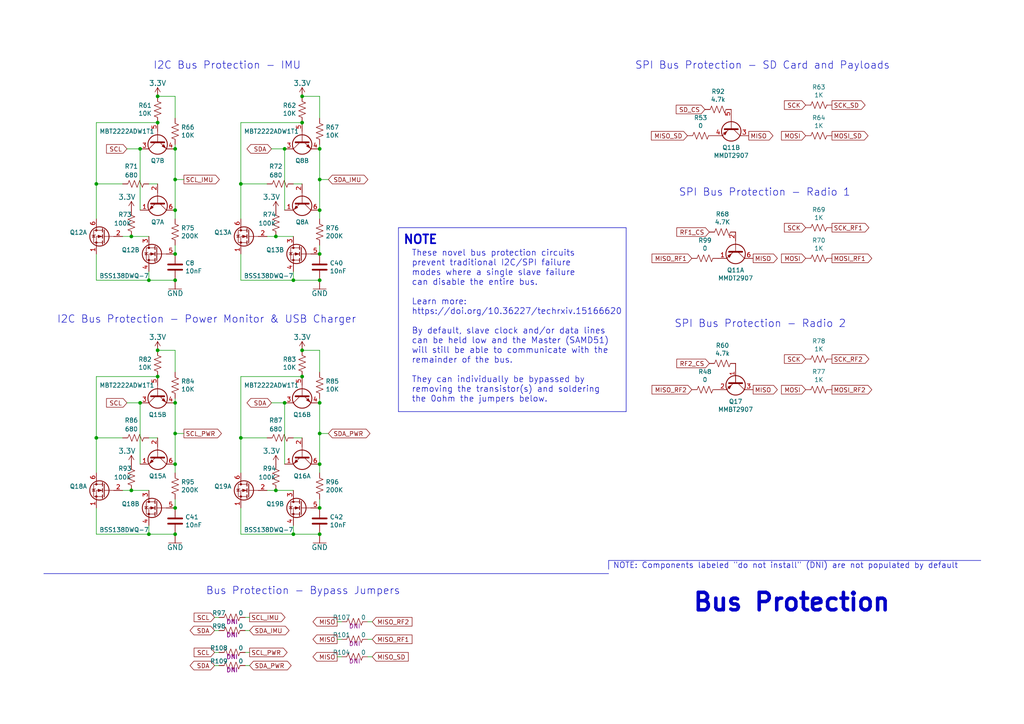
<source format=kicad_sch>
(kicad_sch (version 20230121) (generator eeschema)
  (paper "A4")
  (title_block (title "PyCubed Mainboard") (date "2021-06-09") (rev "v05c") (company "Max Holliday"))
  (lib_symbols
    (symbol "Device:C" (pin_numbers hide) (pin_names (offset 0.254))
      (property "Reference" "C" (at 0.635 2.54 0))
      (property "Value" "C" (at 0.635 -2.54 0))
      (symbol "C_0_1"
        (polyline (pts (xy -2.032 -0.762) (xy 2.032 -0.762)) (stroke (width 0.508)))
        (polyline (pts (xy -2.032 0.762) (xy 2.032 0.762)) (stroke (width 0.508)))
      )
      (symbol "C_1_1"
        (pin passive line (at 0 3.81 270) (length 2.794) (name "~") (number "1"))
        (pin passive line (at 0 -3.81 90) (length 2.794) (name "~") (number "2"))
      )
    )
    (symbol "Device:R_US" (pin_numbers hide) (pin_names (offset 0))
      (property "Reference" "R" (at 2.54 0 90))
      (property "Value" "R_US" (at -2.54 0 90))
      (symbol "R_US_0_1"
        (polyline (pts (xy 0 -2.286) (xy 0 -2.54)))
        (polyline (pts (xy 0 2.286) (xy 0 2.54)))
        (polyline (pts (xy 0 -0.762) (xy 1.016 -1.143) (xy 0 -1.524) (xy -1.016 -1.905) (xy 0 -2.286)))
        (polyline (pts (xy 0 0.762) (xy 1.016 0.381) (xy 0 0) (xy -1.016 -0.381) (xy 0 -0.762)))
        (polyline (pts (xy 0 2.286) (xy 1.016 1.905) (xy 0 1.524) (xy -1.016 1.143) (xy 0 0.762)))
      )
      (symbol "R_US_1_1"
        (pin passive line (at 0 3.81 270) (length 1.27) (name "~") (number "1"))
        (pin passive line (at 0 -3.81 90) (length 1.27) (name "~") (number "2"))
      )
    )
    (symbol "Transistor_BJT:MBT2222ADW1T1" (pin_names (offset 0) hide)
      (property "Reference" "Q" (at 5.08 1.27 0))
      (property "Value" "MBT2222ADW1T1" (at 5.08 -1.27 0))
      (symbol "MBT2222ADW1T1_0_1"
        (polyline (pts (xy 0.635 0) (xy -2.54 0)))
        (polyline (pts (xy 0.635 0.635) (xy 2.54 2.54)))
        (polyline (pts (xy 0.635 -0.635) (xy 2.54 -2.54) (xy 2.54 -2.54)))
        (polyline (pts (xy 0.635 1.905) (xy 0.635 -1.905) (xy 0.635 -1.905)) (stroke (width 0.508)))
        (polyline (pts (xy 1.27 -1.778) (xy 1.778 -1.27) (xy 2.286 -2.286) (xy 1.27 -1.778) (xy 1.27 -1.778)) (fill (type outline)))
        (circle (center 1.27 0) (radius 2.8194) (stroke (width 0.254)))
      )
      (symbol "MBT2222ADW1T1_1_1"
        (pin passive line (at 2.54 -5.08 90) (length 2.54) (name "E1") (number "1"))
        (pin input line (at -5.08 0 0) (length 2.54) (name "B1") (number "2"))
        (pin passive line (at 2.54 5.08 270) (length 2.54) (name "C1") (number "6"))
      )
      (symbol "MBT2222ADW1T1_2_1"
        (pin passive line (at 2.54 5.08 270) (length 2.54) (name "C2") (number "3"))
        (pin passive line (at 2.54 -5.08 90) (length 2.54) (name "E2") (number "4"))
        (pin input line (at -5.08 0 0) (length 2.54) (name "B2") (number "5"))
      )
    )
    (symbol "mainboard:3.3V" (power) (pin_names (offset 1.016))
      (property "Value" "3.3V" (at -1.016 3.556 0))
      (symbol "3.3V_1_0"
        (polyline (pts (xy 0 2.54) (xy -0.762 1.27)))
        (polyline (pts (xy 0.762 1.27) (xy 0 2.54)))
        (pin power_in line (at 0 0 90) (length 2.54) (name "3.3V") (number "1"))
      )
    )
    (symbol "mainboard:BSS138DWQ-7" (pin_names (offset 0.762) hide)
      (property "Reference" "Q" (at -2.54 5.08 0))
      (property "Value" "BSS138DWQ-7" (at 3.81 6.35 0))
      (symbol "BSS138DWQ-7_1_1"
        (polyline (pts (xy -1.016 0) (xy -3.81 0)))
        (polyline (pts (xy -1.016 1.905) (xy -1.016 -1.905)) (stroke (width 0.254)))
        (polyline (pts (xy -0.508 -1.27) (xy -0.508 -2.286)) (stroke (width 0.254)))
        (polyline (pts (xy -0.508 0.508) (xy -0.508 -0.508)) (stroke (width 0.254)))
        (polyline (pts (xy -0.508 2.286) (xy -0.508 1.27)) (stroke (width 0.254)))
        (polyline (pts (xy 1.27 2.54) (xy 1.27 1.778)))
        (polyline (pts (xy 1.27 -2.54) (xy 1.27 0) (xy -0.508 0)))
        (polyline (pts (xy -0.508 -1.778) (xy 2.032 -1.778) (xy 2.032 1.778) (xy -0.508 1.778)))
        (polyline (pts (xy -0.254 0) (xy 0.762 0.381) (xy 0.762 -0.381) (xy -0.254 0)) (fill (type outline)))
        (polyline (pts (xy 1.524 0.508) (xy 1.651 0.381) (xy 2.413 0.381) (xy 2.54 0.254)))
        (polyline (pts (xy 2.032 0.381) (xy 1.651 -0.254) (xy 2.413 -0.254) (xy 2.032 0.381)))
        (circle (center 0.381 0) (radius 2.794) (stroke (width 0.254)))
        (circle (center 1.27 -1.778) (radius 0.254) (fill (type outline)))
        (circle (center 1.27 1.778) (radius 0.254) (fill (type outline)))
        (pin passive line (at 1.27 -5.08 90) (length 2.54) (name "S2") (number "1"))
        (pin input line (at -6.35 0 0) (length 2.54) (name "G2") (number "2"))
        (pin passive line (at 1.27 5.08 270) (length 2.54) (name "D1") (number "6"))
      )
      (symbol "BSS138DWQ-7_2_1"
        (polyline (pts (xy -1.016 0) (xy -3.81 0)))
        (polyline (pts (xy -1.016 1.905) (xy -1.016 -1.905)) (stroke (width 0.254)))
        (polyline (pts (xy -0.508 -1.27) (xy -0.508 -2.286)) (stroke (width 0.254)))
        (polyline (pts (xy -0.508 0.508) (xy -0.508 -0.508)) (stroke (width 0.254)))
        (polyline (pts (xy -0.508 2.286) (xy -0.508 1.27)) (stroke (width 0.254)))
        (polyline (pts (xy 1.27 2.54) (xy 1.27 1.778)))
        (polyline (pts (xy 1.27 -2.54) (xy 1.27 0) (xy -0.508 0)))
        (polyline (pts (xy -0.508 -1.778) (xy 2.032 -1.778) (xy 2.032 1.778) (xy -0.508 1.778)))
        (polyline (pts (xy -0.254 0) (xy 0.762 0.381) (xy 0.762 -0.381) (xy -0.254 0)) (fill (type outline)))
        (polyline (pts (xy 1.524 0.508) (xy 1.651 0.381) (xy 2.413 0.381) (xy 2.54 0.254)))
        (polyline (pts (xy 2.032 0.381) (xy 1.651 -0.254) (xy 2.413 -0.254) (xy 2.032 0.381)))
        (circle (center 0.381 0) (radius 2.794) (stroke (width 0.254)))
        (circle (center 1.27 -1.778) (radius 0.254) (fill (type outline)))
        (circle (center 1.27 1.778) (radius 0.254) (fill (type outline)))
        (pin passive line (at 1.27 5.08 270) (length 2.54) (name "D2") (number "3"))
        (pin passive line (at 1.27 -5.08 90) (length 2.54) (name "S1") (number "4"))
        (pin input line (at -6.35 0 0) (length 2.54) (name "G1") (number "5"))
      )
    )
    (symbol "mainboard:GND" (power) (pin_names (offset 1.016))
      (property "Value" "GND" (at -2.54 -2.54 0))
      (symbol "GND_1_0"
        (polyline (pts (xy -1.905 0) (xy 1.905 0)))
        (pin power_in line (at 0 2.54 270) (length 2.54) (name "GND") (number "1"))
      )
    )
    (symbol "mainboard:MMBT2907" (pin_names (offset 0) hide)
      (property "Reference" "Q" (at 5.08 1.905 0))
      (property "Value" "MMBT2907" (at 5.08 0 0))
      (symbol "MMBT2907_0_1"
        (polyline (pts (xy 0.635 0.635) (xy 2.54 2.54)))
        (polyline (pts (xy 0.635 -0.635) (xy 2.54 -2.54) (xy 2.54 -2.54)))
        (polyline (pts (xy 0.635 1.905) (xy 0.635 -1.905) (xy 0.635 -1.905)) (stroke (width 0.508)))
        (polyline (pts (xy 2.286 -1.778) (xy 1.778 -2.286) (xy 1.27 -1.27) (xy 2.286 -1.778) (xy 2.286 -1.778)) (fill (type outline)))
        (circle (center 1.27 0) (radius 2.8194) (stroke (width 0.254)))
      )
      (symbol "MMBT2907_1_1"
        (pin input line (at -5.08 0 0) (length 5.715) (name "B") (number "1"))
        (pin passive line (at 2.54 -5.08 90) (length 2.54) (name "E") (number "2"))
        (pin passive line (at 2.54 5.08 270) (length 2.54) (name "C") (number "3"))
      )
    )
    (symbol "mainboard:MMDT2907" (pin_names (offset 0) hide)
      (property "Reference" "Q" (at 5.08 1.27 0))
      (property "Value" "MMDT2907" (at 5.08 -1.27 0))
      (symbol "MMDT2907_0_1"
        (polyline (pts (xy 0.635 0) (xy -2.54 0)))
        (polyline (pts (xy 0.635 0.635) (xy 2.54 2.54)))
        (polyline (pts (xy 0.635 -0.635) (xy 2.54 -2.54) (xy 2.54 -2.54)))
        (polyline (pts (xy 0.635 1.905) (xy 0.635 -1.905) (xy 0.635 -1.905)) (stroke (width 0.508)))
        (polyline (pts (xy 2.286 -1.778) (xy 1.778 -2.286) (xy 1.27 -1.27) (xy 2.286 -1.778) (xy 2.286 -1.778)) (fill (type outline)))
        (circle (center 1.27 0) (radius 2.8194) (stroke (width 0.254)))
      )
      (symbol "MMDT2907_1_1"
        (pin passive line (at 2.54 -5.08 90) (length 2.54) (name "E1") (number "1"))
        (pin input line (at -5.08 0 0) (length 2.54) (name "B1") (number "2"))
        (pin passive line (at 2.54 5.08 270) (length 2.54) (name "C1") (number "6"))
      )
      (symbol "MMDT2907_2_1"
        (pin passive line (at 2.54 5.08 270) (length 2.54) (name "C2") (number "3"))
        (pin passive line (at 2.54 -5.08 90) (length 2.54) (name "E2") (number "4"))
        (pin input line (at -5.08 0 0) (length 2.54) (name "B2") (number "5"))
      )
    )
  )
  (junction (at 50.8 43.18))
  (junction (at 85.09 81.28))
  (junction (at 45.72 101.6))
  (junction (at 92.71 81.28))
  (junction (at 40.64 43.18))
  (junction (at 92.71 147.32))
  (junction (at 92.71 60.96))
  (junction (at 43.18 154.94))
  (junction (at 69.85 53.34))
  (junction (at 50.8 60.96))
  (junction (at 50.8 52.07))
  (junction (at 50.8 154.94))
  (junction (at 92.71 52.07))
  (junction (at 50.8 125.73))
  (junction (at 87.63 109.22))
  (junction (at 27.94 53.34))
  (junction (at 43.18 81.28))
  (junction (at 50.8 73.66))
  (junction (at 82.55 116.84))
  (junction (at 38.1 142.24))
  (junction (at 40.64 116.84))
  (junction (at 92.71 116.84))
  (junction (at 69.85 127))
  (junction (at 45.72 35.56))
  (junction (at 45.72 109.22))
  (junction (at 92.71 125.73))
  (junction (at 87.63 27.94))
  (junction (at 38.1 68.58))
  (junction (at 82.55 43.18))
  (junction (at 80.01 68.58))
  (junction (at 27.94 127))
  (junction (at 45.72 27.94))
  (junction (at 80.01 142.24))
  (junction (at 85.09 154.94))
  (junction (at 92.71 154.94))
  (junction (at 92.71 134.62))
  (junction (at 92.71 73.66))
  (junction (at 50.8 116.84))
  (junction (at 87.63 35.56))
  (junction (at 92.71 43.18))
  (junction (at 50.8 134.62))
  (junction (at 50.8 81.28))
  (junction (at 87.63 101.6))
  (junction (at 50.8 147.32))
  (wire (pts (xy 92.71 144.78) (xy 92.71 147.32)))
  (wire (pts (xy 40.64 43.18) (xy 40.64 60.96)))
  (wire (pts (xy 62.23 193.04) (xy 63.5 193.04)))
  (wire (pts (xy 43.18 152.4) (xy 43.18 154.94)))
  (wire (pts (xy 50.8 71.12) (xy 50.8 73.66)))
  (wire (pts (xy 69.85 53.34) (xy 77.47 53.34)))
  (wire (pts (xy 50.8 52.07) (xy 50.8 43.18)))
  (wire (pts (xy 85.09 154.94) (xy 92.71 154.94)))
  (wire (pts (xy 50.8 144.78) (xy 50.8 147.32)))
  (wire (pts (xy 107.95 180.34) (xy 106.68 180.34)))
  (wire (pts (xy 69.85 154.94) (xy 85.09 154.94)))
  (polyline (pts (xy 176.53 162.56) (xy 284.48 162.56)))
  (wire (pts (xy 50.8 137.16) (xy 50.8 134.62)))
  (wire (pts (xy 97.79 190.5) (xy 99.06 190.5)))
  (wire (pts (xy 92.71 115.57) (xy 92.71 116.84)))
  (wire (pts (xy 92.71 101.6) (xy 87.63 101.6)))
  (wire (pts (xy 27.94 63.5) (xy 27.94 53.34)))
  (wire (pts (xy 69.85 109.22) (xy 87.63 109.22)))
  (polyline (pts (xy 176.53 165.1) (xy 176.53 162.56)))
  (wire (pts (xy 80.01 142.24) (xy 77.47 142.24)))
  (wire (pts (xy 50.8 34.29) (xy 50.8 27.94)))
  (wire (pts (xy 50.8 41.91) (xy 50.8 43.18)))
  (wire (pts (xy 92.71 60.96) (xy 92.71 52.07)))
  (wire (pts (xy 62.23 189.23) (xy 63.5 189.23)))
  (wire (pts (xy 85.09 142.24) (xy 80.01 142.24)))
  (wire (pts (xy 36.83 116.84) (xy 40.64 116.84)))
  (wire (pts (xy 50.8 63.5) (xy 50.8 60.96)))
  (wire (pts (xy 69.85 127) (xy 69.85 109.22)))
  (wire (pts (xy 43.18 68.58) (xy 38.1 68.58)))
  (wire (pts (xy 50.8 125.73) (xy 50.8 116.84)))
  (wire (pts (xy 82.55 43.18) (xy 82.55 60.96)))
  (wire (pts (xy 27.94 53.34) (xy 35.56 53.34)))
  (wire (pts (xy 62.23 179.07) (xy 63.5 179.07)))
  (wire (pts (xy 92.71 125.73) (xy 92.71 116.84)))
  (wire (pts (xy 50.8 107.95) (xy 50.8 101.6)))
  (wire (pts (xy 27.94 109.22) (xy 45.72 109.22)))
  (wire (pts (xy 92.71 134.62) (xy 92.71 125.73)))
  (wire (pts (xy 50.8 60.96) (xy 50.8 52.07)))
  (polyline (pts (xy 12.7 166.37) (xy 176.53 166.37)))
  (wire (pts (xy 27.94 53.34) (xy 27.94 35.56)))
  (wire (pts (xy 43.18 154.94) (xy 50.8 154.94)))
  (wire (pts (xy 92.71 137.16) (xy 92.71 134.62)))
  (wire (pts (xy 43.18 78.74) (xy 43.18 81.28)))
  (wire (pts (xy 38.1 68.58) (xy 35.56 68.58)))
  (wire (pts (xy 69.85 127) (xy 77.47 127)))
  (wire (pts (xy 27.94 127) (xy 35.56 127)))
  (wire (pts (xy 36.83 43.18) (xy 40.64 43.18)))
  (wire (pts (xy 53.34 125.73) (xy 50.8 125.73)))
  (wire (pts (xy 107.95 185.42) (xy 106.68 185.42)))
  (wire (pts (xy 27.94 154.94) (xy 43.18 154.94)))
  (wire (pts (xy 50.8 115.57) (xy 50.8 116.84)))
  (wire (pts (xy 72.39 179.07) (xy 71.12 179.07)))
  (wire (pts (xy 43.18 81.28) (xy 50.8 81.28)))
  (wire (pts (xy 40.64 116.84) (xy 40.64 134.62)))
  (wire (pts (xy 95.25 52.07) (xy 92.71 52.07)))
  (wire (pts (xy 43.18 142.24) (xy 38.1 142.24)))
  (wire (pts (xy 72.39 189.23) (xy 71.12 189.23)))
  (wire (pts (xy 50.8 101.6) (xy 45.72 101.6)))
  (wire (pts (xy 97.79 180.34) (xy 99.06 180.34)))
  (wire (pts (xy 27.94 73.66) (xy 27.94 81.28)))
  (wire (pts (xy 45.72 53.34) (xy 43.18 53.34)))
  (wire (pts (xy 27.94 81.28) (xy 43.18 81.28)))
  (wire (pts (xy 62.23 182.88) (xy 63.5 182.88)))
  (wire (pts (xy 69.85 81.28) (xy 85.09 81.28)))
  (wire (pts (xy 80.01 68.58) (xy 77.47 68.58)))
  (wire (pts (xy 69.85 63.5) (xy 69.85 53.34)))
  (wire (pts (xy 85.09 152.4) (xy 85.09 154.94)))
  (polyline (pts (xy 181.61 66.04) (xy 115.57 66.04)))
  (wire (pts (xy 87.63 127) (xy 85.09 127)))
  (wire (pts (xy 92.71 52.07) (xy 92.71 43.18)))
  (wire (pts (xy 78.74 43.18) (xy 82.55 43.18)))
  (wire (pts (xy 92.71 63.5) (xy 92.71 60.96)))
  (wire (pts (xy 69.85 137.16) (xy 69.85 127)))
  (wire (pts (xy 92.71 71.12) (xy 92.71 73.66)))
  (wire (pts (xy 69.85 147.32) (xy 69.85 154.94)))
  (wire (pts (xy 107.95 190.5) (xy 106.68 190.5)))
  (wire (pts (xy 50.8 134.62) (xy 50.8 125.73)))
  (wire (pts (xy 38.1 142.24) (xy 35.56 142.24)))
  (wire (pts (xy 85.09 68.58) (xy 80.01 68.58)))
  (wire (pts (xy 92.71 107.95) (xy 92.71 101.6)))
  (wire (pts (xy 27.94 147.32) (xy 27.94 154.94)))
  (wire (pts (xy 92.71 41.91) (xy 92.71 43.18)))
  (wire (pts (xy 27.94 35.56) (xy 45.72 35.56)))
  (polyline (pts (xy 115.57 66.04) (xy 115.57 119.38)))
  (wire (pts (xy 85.09 81.28) (xy 92.71 81.28)))
  (wire (pts (xy 92.71 27.94) (xy 87.63 27.94)))
  (wire (pts (xy 97.79 185.42) (xy 99.06 185.42)))
  (wire (pts (xy 72.39 193.04) (xy 71.12 193.04)))
  (wire (pts (xy 92.71 34.29) (xy 92.71 27.94)))
  (wire (pts (xy 27.94 127) (xy 27.94 109.22)))
  (wire (pts (xy 27.94 137.16) (xy 27.94 127)))
  (wire (pts (xy 69.85 53.34) (xy 69.85 35.56)))
  (wire (pts (xy 45.72 127) (xy 43.18 127)))
  (wire (pts (xy 50.8 27.94) (xy 45.72 27.94)))
  (wire (pts (xy 69.85 73.66) (xy 69.85 81.28)))
  (wire (pts (xy 95.25 125.73) (xy 92.71 125.73)))
  (wire (pts (xy 87.63 53.34) (xy 85.09 53.34)))
  (wire (pts (xy 82.55 116.84) (xy 82.55 134.62)))
  (wire (pts (xy 85.09 78.74) (xy 85.09 81.28)))
  (wire (pts (xy 72.39 182.88) (xy 71.12 182.88)))
  (wire (pts (xy 78.74 116.84) (xy 82.55 116.84)))
  (polyline (pts (xy 181.61 119.38) (xy 181.61 66.04)))
  (polyline (pts (xy 115.57 119.38) (xy 181.61 119.38)))
  (wire (pts (xy 53.34 52.07) (xy 50.8 52.07)))
  (wire (pts (xy 69.85 35.56) (xy 87.63 35.56)))
  (text "These novel bus protection circuits\nprevent traditional I2C/SPI failure \nmodes where a single slave failure\ncan disable the entire bus.\n\nLearn more: \nhttps://doi.org/10.36227/techrxiv.15166620\n\nBy default, slave clock and/or data lines \ncan be held low and the Master (SAMD51) \nwill still be able to communicate with the \nremainder of the bus.\n\nThey can individually be bypassed by \nremoving the transistor(s) and soldering\nthe 0ohm the jumpers below." (at 119.38 116.84 0) (effects (font (size 1.7526 1.7526)) (justify left bottom)))
  (text "SPI Bus Protection - Radio 1" (at 196.85 57.15 0) (effects (font (size 2.159 2.159)) (justify left bottom)))
  (text "SPI Bus Protection - SD Card and Payloads" (at 184.15 20.32 0) (effects (font (size 2.159 2.159)) (justify left bottom)))
  (text "NOTE: Components labeled \"do not install\" (DNI) are not populated by default" (at 177.8 165.1 0) (effects (font (size 1.651 1.651)) (justify left bottom)))
  (text "NOTE" (at 116.84 71.12 0) (effects (font (size 2.54 2.54) (thickness 0.508) bold) (justify left bottom)))
  (text "Bus Protection" (at 200.66 177.8 0) (effects (font (size 5.08 5.08) (thickness 1.016) bold) (justify left bottom)))
  (text "I2C Bus Protection - Power Monitor & USB Charger" (at 16.51 93.98 0) (effects (font (size 2.159 2.159)) (justify left bottom)))
  (text "I2C Bus Protection - IMU" (at 44.45 20.32 0) (effects (font (size 2.159 2.159)) (justify left bottom)))
  (text "SPI Bus Protection - Radio 2" (at 195.58 95.25 0) (effects (font (size 2.159 2.159)) (justify left bottom)))
  (text "Bus Protection - Bypass Jumpers" (at 59.69 172.72 0) (effects (font (size 2.159 2.159)) (justify left bottom)))
  (global_label "SDA_IMU" (shape bidirectional) (at 72.39 182.88 0) (property "Intersheetrefs" "${INTERSHEET_REFS}" (effects hide)))
  (global_label "SCL_PWR" (shape output) (at 53.34 125.73 0) (property "Intersheetrefs" "${INTERSHEET_REFS}" (effects hide)))
  (global_label "SCK_SD" (shape output) (at 241.3 30.48 0) (property "Intersheetrefs" "${INTERSHEET_REFS}" (effects hide)))
  (global_label "MISO_SD" (shape input) (at 199.39 39.37 180) (property "Intersheetrefs" "${INTERSHEET_REFS}" (effects hide)))
  (global_label "SCK" (shape input) (at 233.68 66.04 180) (property "Intersheetrefs" "${INTERSHEET_REFS}" (effects hide)))
  (global_label "SCL" (shape input) (at 36.83 116.84 180) (property "Intersheetrefs" "${INTERSHEET_REFS}" (effects hide)))
  (global_label "MISO_RF1" (shape input) (at 200.66 74.93 180) (property "Intersheetrefs" "${INTERSHEET_REFS}" (effects hide)))
  (global_label "MOSI_RF1" (shape output) (at 241.3 74.93 0) (property "Intersheetrefs" "${INTERSHEET_REFS}" (effects hide)))
  (global_label "SCL_IMU" (shape output) (at 53.34 52.07 0) (property "Intersheetrefs" "${INTERSHEET_REFS}" (effects hide)))
  (global_label "SDA" (shape bidirectional) (at 78.74 116.84 180) (property "Intersheetrefs" "${INTERSHEET_REFS}" (effects hide)))
  (global_label "RF1_CS" (shape input) (at 205.74 67.31 180) (property "Intersheetrefs" "${INTERSHEET_REFS}" (effects hide)))
  (global_label "SDA" (shape bidirectional) (at 62.23 182.88 180) (property "Intersheetrefs" "${INTERSHEET_REFS}" (effects hide)))
  (global_label "SCK" (shape input) (at 233.68 30.48 180) (property "Intersheetrefs" "${INTERSHEET_REFS}" (effects hide)))
  (global_label "SCL" (shape input) (at 62.23 179.07 180) (property "Intersheetrefs" "${INTERSHEET_REFS}" (effects hide)))
  (global_label "MISO" (shape output) (at 217.17 39.37 0) (property "Intersheetrefs" "${INTERSHEET_REFS}" (effects hide)))
  (global_label "MOSI_RF2" (shape output) (at 241.3 113.03 0) (property "Intersheetrefs" "${INTERSHEET_REFS}" (effects hide)))
  (global_label "MOSI" (shape input) (at 233.68 39.37 180) (property "Intersheetrefs" "${INTERSHEET_REFS}" (effects hide)))
  (global_label "MOSI" (shape input) (at 233.68 113.03 180) (property "Intersheetrefs" "${INTERSHEET_REFS}" (effects hide)))
  (global_label "SCK_RF1" (shape output) (at 241.3 66.04 0) (property "Intersheetrefs" "${INTERSHEET_REFS}" (effects hide)))
  (global_label "MOSI_SD" (shape output) (at 241.3 39.37 0) (property "Intersheetrefs" "${INTERSHEET_REFS}" (effects hide)))
  (global_label "SDA_PWR" (shape bidirectional) (at 95.25 125.73 0) (property "Intersheetrefs" "${INTERSHEET_REFS}" (effects hide)))
  (global_label "SCL" (shape input) (at 36.83 43.18 180) (property "Intersheetrefs" "${INTERSHEET_REFS}" (effects hide)))
  (global_label "MISO" (shape output) (at 218.44 74.93 0) (property "Intersheetrefs" "${INTERSHEET_REFS}" (effects hide)))
  (global_label "MISO_RF1" (shape input) (at 107.95 185.42 0) (property "Intersheetrefs" "${INTERSHEET_REFS}" (effects hide)))
  (global_label "SDA" (shape bidirectional) (at 78.74 43.18 180) (property "Intersheetrefs" "${INTERSHEET_REFS}" (effects hide)))
  (global_label "MISO" (shape output) (at 97.79 190.5 180) (property "Intersheetrefs" "${INTERSHEET_REFS}" (effects hide)))
  (global_label "MISO_RF2" (shape input) (at 200.66 113.03 180) (property "Intersheetrefs" "${INTERSHEET_REFS}" (effects hide)))
  (global_label "SDA_PWR" (shape bidirectional) (at 72.39 193.04 0) (property "Intersheetrefs" "${INTERSHEET_REFS}" (effects hide)))
  (global_label "SCK" (shape input) (at 233.68 104.14 180) (property "Intersheetrefs" "${INTERSHEET_REFS}" (effects hide)))
  (global_label "MOSI" (shape input) (at 233.68 74.93 180) (property "Intersheetrefs" "${INTERSHEET_REFS}" (effects hide)))
  (global_label "SCL" (shape input) (at 62.23 189.23 180) (property "Intersheetrefs" "${INTERSHEET_REFS}" (effects hide)))
  (global_label "SCK_RF2" (shape output) (at 241.3 104.14 0) (property "Intersheetrefs" "${INTERSHEET_REFS}" (effects hide)))
  (global_label "RF2_CS" (shape input) (at 205.74 105.41 180) (property "Intersheetrefs" "${INTERSHEET_REFS}" (effects hide)))
  (global_label "SCL_IMU" (shape output) (at 72.39 179.07 0) (property "Intersheetrefs" "${INTERSHEET_REFS}" (effects hide)))
  (global_label "MISO" (shape output) (at 218.44 113.03 0) (property "Intersheetrefs" "${INTERSHEET_REFS}" (effects hide)))
  (global_label "SCL_PWR" (shape output) (at 72.39 189.23 0) (property "Intersheetrefs" "${INTERSHEET_REFS}" (effects hide)))
  (global_label "SDA" (shape bidirectional) (at 62.23 193.04 180) (property "Intersheetrefs" "${INTERSHEET_REFS}" (effects hide)))
  (global_label "MISO" (shape output) (at 97.79 180.34 180) (property "Intersheetrefs" "${INTERSHEET_REFS}" (effects hide)))
  (global_label "MISO_RF2" (shape input) (at 107.95 180.34 0) (property "Intersheetrefs" "${INTERSHEET_REFS}" (effects hide)))
  (global_label "SDA_IMU" (shape bidirectional) (at 95.25 52.07 0) (property "Intersheetrefs" "${INTERSHEET_REFS}" (effects hide)))
  (global_label "MISO" (shape output) (at 97.79 185.42 180) (property "Intersheetrefs" "${INTERSHEET_REFS}" (effects hide)))
  (global_label "SD_CS" (shape input) (at 204.47 31.75 180) (property "Intersheetrefs" "${INTERSHEET_REFS}" (effects hide)))
  (global_label "MISO_SD" (shape input) (at 107.95 190.5 0) (property "Intersheetrefs" "${INTERSHEET_REFS}" (effects hide)))
  (symbol (lib_id "mainboard:BSS138DWQ-7") (at 29.21 68.58 0) (mirror y) (unit 1)
    (property "Reference" "Q12" (at 25.273 67.4116 0) (effects (justify left)))
    (property "Value" "BSS138DWQ-7" (at 43.18 80.01 0) (effects (justify left)))
    (property "Footprint" "mainboard:BSS138DWQ-7" (effects hide))
    (property "Datasheet" "https://www.diodes.com/assets/Datasheets/BSS138DWQ.pdf" (effects hide))
    (property "Description" "Dual N-Channel MOSFET - 2NMOS" (effects hide))
    (property "Flight" "BSS138DWQ-7" (effects hide))
    (property "Manufacturer_Name" "Diodes Incorporated" (effects hide))
    (property "Manufacturer_Part_Number" "BSS138DWQ-7" (effects hide))
    (property "Proto" "BSS138DWQ-7" (effects hide))
    (property "LCSC" "C3280240" (effects hide))
  )
  (symbol (lib_id "mainboard:BSS138DWQ-7") (at 44.45 73.66 0) (mirror y) (unit 2)
    (property "Reference" "Q12" (at 40.513 72.4916 0) (effects (justify left)))
    (property "Value" "BSS138DWQ-7" (effects hide))
    (property "Footprint" "mainboard:BSS138DWQ-7" (effects hide))
    (property "Datasheet" "https://www.diodes.com/assets/Datasheets/BSS138DWQ.pdf" (effects hide))
    (property "Description" "Dual N-Channel MOSFET - 2NMOS" (effects hide))
    (property "Flight" "BSS138DWQ-7" (effects hide))
    (property "Manufacturer_Name" "Diodes Incorporated" (effects hide))
    (property "Manufacturer_Part_Number" "BSS138DWQ-7" (effects hide))
    (property "Proto" "BSS138DWQ-7" (effects hide))
    (property "LCSC" "C3280240" (effects hide))
  )
  (symbol (lib_id "Transistor_BJT:MBT2222ADW1T1") (at 45.72 58.42 270) (unit 1)
    (property "Reference" "Q7" (at 45.72 64.4144 90))
    (property "Value" "MBT2222ADW1T1" (effects hide))
    (property "Footprint" "Package_TO_SOT_SMD:SOT-363_SC-70-6" (effects hide))
    (property "Datasheet" "http://www.onsemi.com/pub_link/Collateral/MBT2222ADW1T1-D.PDF" (effects hide))
    (property "Description" "Dual NPN BJT - 2NPN" (effects hide))
    (property "Flight" "MBT2222ADW1T1G" (effects hide))
    (property "Manufacturer_Name" "ON Semiconductor" (effects hide))
    (property "Manufacturer_Part_Number" "MBT2222ADW1T1G" (effects hide))
    (property "Proto" "MBT2222ADW1T1G" (effects hide))
    (property "LCSC" "C559075" (effects hide))
  )
  (symbol (lib_id "Transistor_BJT:MBT2222ADW1T1") (at 45.72 40.64 90) (mirror x) (unit 2)
    (property "Reference" "Q7" (at 45.72 46.609 90))
    (property "Value" "MBT2222ADW1T1" (at 36.83 38.1 90))
    (property "Footprint" "Package_TO_SOT_SMD:SOT-363_SC-70-6" (effects hide))
    (property "Datasheet" "http://www.onsemi.com/pub_link/Collateral/MBT2222ADW1T1-D.PDF" (effects hide))
    (property "Description" "Dual NPN BJT - 2NPN" (effects hide))
    (property "Flight" "MBT2222ADW1T1G" (effects hide))
    (property "Manufacturer_Name" "ON Semiconductor" (effects hide))
    (property "Manufacturer_Part_Number" "MBT2222ADW1T1G" (effects hide))
    (property "Proto" "MBT2222ADW1T1G" (effects hide))
    (property "LCSC" "C559075" (effects hide))
  )
  (symbol (lib_id "Device:C") (at 50.8 77.47 0) (unit 1)
    (property "Reference" "C8" (at 53.721 76.3016 0) (effects (justify left)))
    (property "Value" "10nF" (at 53.721 78.613 0) (effects (justify left)))
    (property "Footprint" "Capacitor_SMD:C_0603_1608Metric" (effects hide))
    (property "Description" "10nF +-10% 50V X7R" (effects hide))
    (property "LCSC" "C1589" (effects hide))
  )
  (symbol (lib_id "mainboard:GND") (at 50.8 83.82 0) (unit 1)
    (property "Reference" "#GND045" (effects hide))
    (property "Value" "GND" (at 50.8 85.09 0) (effects (font (size 1.4986 1.4986))))
  )
  (symbol (lib_id "Device:R_US") (at 50.8 38.1 0) (unit 1)
    (property "Reference" "R66" (at 52.5272 36.9316 0) (effects (justify left)))
    (property "Value" "10K" (at 52.5272 39.243 0) (effects (justify left)))
    (property "Footprint" "Resistor_SMD:R_0603_1608Metric" (effects hide))
    (property "Description" "10K 0603" (effects hide))
    (property "LCSC" "C1511834" (effects hide))
  )
  (symbol (lib_id "Device:R_US") (at 45.72 31.75 0) (unit 1)
    (property "Reference" "R61" (at 44.0182 30.5816 0) (effects (justify right)))
    (property "Value" "10K" (at 44.0182 32.893 0) (effects (justify right)))
    (property "Footprint" "Resistor_SMD:R_0603_1608Metric" (effects hide))
    (property "Description" "10K 0603" (effects hide))
    (property "LCSC" "C1511834" (effects hide))
  )
  (symbol (lib_id "mainboard:3.3V") (at 45.72 27.94 0) (unit 1)
    (property "Reference" "#P+01" (effects hide))
    (property "Value" "3.3V" (at 45.72 24.13 0) (effects (font (size 1.4986 1.4986))))
  )
  (symbol (lib_id "Device:R_US") (at 39.37 53.34 270) (unit 1)
    (property "Reference" "R71" (at 38.1 48.26 90))
    (property "Value" "680" (at 38.1 50.8 90))
    (property "Footprint" "Resistor_SMD:R_0603_1608Metric" (effects hide))
    (property "Description" "680 0603" (effects hide))
  )
  (symbol (lib_id "Device:R_US") (at 38.1 64.77 0) (unit 1)
    (property "Reference" "R73" (at 34.29 62.23 0) (effects (justify left)))
    (property "Value" "100K" (at 33.02 64.77 0) (effects (justify left)))
    (property "Footprint" "Resistor_SMD:R_0603_1608Metric" (effects hide))
    (property "Description" "100K 0603" (effects hide))
  )
  (symbol (lib_id "mainboard:3.3V") (at 38.1 60.96 0) (unit 1)
    (property "Reference" "#P+07" (effects hide))
    (property "Value" "3.3V" (at 36.83 57.15 0) (effects (font (size 1.4986 1.4986))))
  )
  (symbol (lib_id "Device:R_US") (at 50.8 67.31 0) (unit 1)
    (property "Reference" "R75" (at 52.5272 66.1416 0) (effects (justify left)))
    (property "Value" "200K" (at 52.5272 68.453 0) (effects (justify left)))
    (property "Footprint" "Resistor_SMD:R_0603_1608Metric" (effects hide))
    (property "Description" "200K 0603" (effects hide))
  )
  (symbol (lib_id "Transistor_BJT:MBT2222ADW1T1") (at 87.63 58.42 270) (unit 1)
    (property "Reference" "Q8" (at 87.63 64.4144 90))
    (property "Value" "MBT2222ADW1T1" (effects hide))
    (property "Footprint" "Package_TO_SOT_SMD:SOT-363_SC-70-6" (effects hide))
    (property "Datasheet" "http://www.onsemi.com/pub_link/Collateral/MBT2222ADW1T1-D.PDF" (effects hide))
    (property "Description" "Dual NPN BJT - 2NPN" (effects hide))
    (property "Flight" "MBT2222ADW1T1G" (effects hide))
    (property "Manufacturer_Name" "ON Semiconductor" (effects hide))
    (property "Manufacturer_Part_Number" "MBT2222ADW1T1G" (effects hide))
    (property "Proto" "MBT2222ADW1T1G" (effects hide))
    (property "LCSC" "C559075" (effects hide))
  )
  (symbol (lib_id "Transistor_BJT:MBT2222ADW1T1") (at 87.63 40.64 90) (mirror x) (unit 2)
    (property "Reference" "Q8" (at 87.63 46.609 90))
    (property "Value" "MBT2222ADW1T1" (at 78.74 38.1 90))
    (property "Footprint" "Package_TO_SOT_SMD:SOT-363_SC-70-6" (effects hide))
    (property "Datasheet" "http://www.onsemi.com/pub_link/Collateral/MBT2222ADW1T1-D.PDF" (effects hide))
    (property "Description" "Dual NPN BJT - 2NPN" (effects hide))
    (property "Flight" "MBT2222ADW1T1G" (effects hide))
    (property "Manufacturer_Name" "ON Semiconductor" (effects hide))
    (property "Manufacturer_Part_Number" "MBT2222ADW1T1G" (effects hide))
    (property "Proto" "MBT2222ADW1T1G" (effects hide))
    (property "LCSC" "C559075" (effects hide))
  )
  (symbol (lib_id "Device:C") (at 92.71 77.47 0) (unit 1)
    (property "Reference" "C40" (at 95.631 76.3016 0) (effects (justify left)))
    (property "Value" "10nF" (at 95.631 78.613 0) (effects (justify left)))
    (property "Footprint" "Capacitor_SMD:C_0603_1608Metric" (effects hide))
    (property "Description" "10nF +-10% 50V X7R" (effects hide))
    (property "LCSC" "C1589" (effects hide))
  )
  (symbol (lib_id "mainboard:GND") (at 92.71 83.82 0) (unit 1)
    (property "Reference" "#GND046" (effects hide))
    (property "Value" "GND" (at 92.71 85.09 0) (effects (font (size 1.4986 1.4986))))
  )
  (symbol (lib_id "Device:R_US") (at 87.63 31.75 0) (unit 1)
    (property "Reference" "R62" (at 85.9282 30.5816 0) (effects (justify right)))
    (property "Value" "10K" (at 85.9282 32.893 0) (effects (justify right)))
    (property "Footprint" "Resistor_SMD:R_0603_1608Metric" (effects hide))
    (property "Description" "10K 0603" (effects hide))
    (property "LCSC" "C1511834" (effects hide))
  )
  (symbol (lib_id "mainboard:3.3V") (at 87.63 27.94 0) (unit 1)
    (property "Reference" "#P+02" (effects hide))
    (property "Value" "3.3V" (at 87.63 24.13 0) (effects (font (size 1.4986 1.4986))))
  )
  (symbol (lib_id "Device:R_US") (at 81.28 53.34 270) (unit 1)
    (property "Reference" "R72" (at 80.01 48.26 90))
    (property "Value" "680" (at 80.01 50.8 90))
    (property "Footprint" "Resistor_SMD:R_0603_1608Metric" (effects hide))
    (property "Description" "680 0603" (effects hide))
  )
  (symbol (lib_id "mainboard:BSS138DWQ-7") (at 86.36 73.66 0) (mirror y) (unit 2)
    (property "Reference" "Q13" (at 82.423 72.4916 0) (effects (justify left)))
    (property "Value" "BSS138DWQ-7" (effects hide))
    (property "Footprint" "mainboard:BSS138DWQ-7" (effects hide))
    (property "Datasheet" "https://www.diodes.com/assets/Datasheets/BSS138DWQ.pdf" (effects hide))
    (property "Description" "Dual N-Channel MOSFET - 2NMOS" (effects hide))
    (property "Flight" "BSS138DWQ-7" (effects hide))
    (property "Manufacturer_Name" "Diodes Incorporated" (effects hide))
    (property "Manufacturer_Part_Number" "BSS138DWQ-7" (effects hide))
    (property "Proto" "BSS138DWQ-7" (effects hide))
    (property "LCSC" "C3280240" (effects hide))
  )
  (symbol (lib_id "Device:R_US") (at 92.71 67.31 0) (unit 1)
    (property "Reference" "R76" (at 94.4372 66.1416 0) (effects (justify left)))
    (property "Value" "200K" (at 94.4372 68.453 0) (effects (justify left)))
    (property "Footprint" "Resistor_SMD:R_0603_1608Metric" (effects hide))
    (property "Description" "200K 0603" (effects hide))
  )
  (symbol (lib_id "mainboard:3.3V") (at 80.01 60.96 0) (unit 1)
    (property "Reference" "#P+08" (effects hide))
    (property "Value" "3.3V" (at 78.74 57.15 0) (effects (font (size 1.4986 1.4986))))
  )
  (symbol (lib_id "Device:R_US") (at 80.01 64.77 0) (unit 1)
    (property "Reference" "R74" (at 76.2 62.23 0) (effects (justify left)))
    (property "Value" "100K" (at 74.93 64.77 0) (effects (justify left)))
    (property "Footprint" "Resistor_SMD:R_0603_1608Metric" (effects hide))
    (property "Description" "100K 0603" (effects hide))
  )
  (symbol (lib_id "mainboard:BSS138DWQ-7") (at 71.12 68.58 0) (mirror y) (unit 1)
    (property "Reference" "Q13" (at 67.183 67.4116 0) (effects (justify left)))
    (property "Value" "BSS138DWQ-7" (at 85.09 80.01 0) (effects (justify left)))
    (property "Footprint" "mainboard:BSS138DWQ-7" (effects hide))
    (property "Datasheet" "https://www.diodes.com/assets/Datasheets/BSS138DWQ.pdf" (effects hide))
    (property "Description" "Dual N-Channel MOSFET - 2NMOS" (effects hide))
    (property "Flight" "BSS138DWQ-7" (effects hide))
    (property "Manufacturer_Name" "Diodes Incorporated" (effects hide))
    (property "Manufacturer_Part_Number" "BSS138DWQ-7" (effects hide))
    (property "Proto" "BSS138DWQ-7" (effects hide))
    (property "LCSC" "C3280240" (effects hide))
  )
  (symbol (lib_id "Device:R_US") (at 92.71 38.1 0) (unit 1)
    (property "Reference" "R67" (at 94.4372 36.9316 0) (effects (justify left)))
    (property "Value" "10K" (at 94.4372 39.243 0) (effects (justify left)))
    (property "Footprint" "Resistor_SMD:R_0603_1608Metric" (effects hide))
    (property "Description" "10K 0603" (effects hide))
    (property "LCSC" "C1511834" (effects hide))
  )
  (symbol (lib_id "Transistor_BJT:MBT2222ADW1T1") (at 45.72 114.3 90) (mirror x) (unit 2)
    (property "Reference" "Q15" (at 45.72 120.269 90))
    (property "Value" "MBT2222ADW1T1" (at 36.83 111.76 90))
    (property "Footprint" "Package_TO_SOT_SMD:SOT-363_SC-70-6" (effects hide))
    (property "Datasheet" "http://www.onsemi.com/pub_link/Collateral/MBT2222ADW1T1-D.PDF" (effects hide))
    (property "Description" "Dual NPN BJT - 2NPN" (effects hide))
    (property "Flight" "MBT2222ADW1T1G" (effects hide))
    (property "Manufacturer_Name" "ON Semiconductor" (effects hide))
    (property "Manufacturer_Part_Number" "MBT2222ADW1T1G" (effects hide))
    (property "Proto" "MBT2222ADW1T1G" (effects hide))
    (property "LCSC" "C559075" (effects hide))
  )
  (symbol (lib_id "Device:C") (at 50.8 151.13 0) (unit 1)
    (property "Reference" "C41" (at 53.721 149.9616 0) (effects (justify left)))
    (property "Value" "10nF" (at 53.721 152.273 0) (effects (justify left)))
    (property "Footprint" "Capacitor_SMD:C_0603_1608Metric" (effects hide))
    (property "Description" "10nF +-10% 50V X7R" (effects hide))
    (property "LCSC" "C1589" (effects hide))
  )
  (symbol (lib_id "mainboard:GND") (at 50.8 157.48 0) (unit 1)
    (property "Reference" "#GND050" (effects hide))
    (property "Value" "GND" (at 50.8 158.75 0) (effects (font (size 1.4986 1.4986))))
  )
  (symbol (lib_id "Device:R_US") (at 45.72 105.41 0) (unit 1)
    (property "Reference" "R82" (at 44.0182 104.2416 0) (effects (justify right)))
    (property "Value" "10K" (at 44.0182 106.553 0) (effects (justify right)))
    (property "Footprint" "Resistor_SMD:R_0603_1608Metric" (effects hide))
    (property "Description" "10K 0603" (effects hide))
    (property "LCSC" "C1511834" (effects hide))
  )
  (symbol (lib_id "mainboard:3.3V") (at 45.72 101.6 0) (unit 1)
    (property "Reference" "#P+012" (effects hide))
    (property "Value" "3.3V" (at 45.72 97.79 0) (effects (font (size 1.4986 1.4986))))
  )
  (symbol (lib_id "Device:R_US") (at 39.37 127 270) (unit 1)
    (property "Reference" "R86" (at 38.1 121.92 90))
    (property "Value" "680" (at 38.1 124.46 90))
    (property "Footprint" "Resistor_SMD:R_0603_1608Metric" (effects hide))
    (property "Description" "680 0603" (effects hide))
  )
  (symbol (lib_id "mainboard:BSS138DWQ-7") (at 44.45 147.32 0) (mirror y) (unit 2)
    (property "Reference" "Q18" (at 40.513 146.1516 0) (effects (justify left)))
    (property "Value" "BSS138DWQ-7" (effects hide))
    (property "Footprint" "mainboard:BSS138DWQ-7" (effects hide))
    (property "Datasheet" "https://www.diodes.com/assets/Datasheets/BSS138DWQ.pdf" (effects hide))
    (property "Description" "Dual N-Channel MOSFET - 2NMOS" (effects hide))
    (property "Flight" "BSS138DWQ-7" (effects hide))
    (property "Manufacturer_Name" "Diodes Incorporated" (effects hide))
    (property "Manufacturer_Part_Number" "BSS138DWQ-7" (effects hide))
    (property "Proto" "BSS138DWQ-7" (effects hide))
    (property "LCSC" "C3280240" (effects hide))
  )
  (symbol (lib_id "Device:R_US") (at 50.8 140.97 0) (unit 1)
    (property "Reference" "R95" (at 52.5272 139.8016 0) (effects (justify left)))
    (property "Value" "200K" (at 52.5272 142.113 0) (effects (justify left)))
    (property "Footprint" "Resistor_SMD:R_0603_1608Metric" (effects hide))
    (property "Description" "200K 0603" (effects hide))
  )
  (symbol (lib_id "mainboard:3.3V") (at 38.1 134.62 0) (unit 1)
    (property "Reference" "#P+017" (effects hide))
    (property "Value" "3.3V" (at 36.83 130.81 0) (effects (font (size 1.4986 1.4986))))
  )
  (symbol (lib_id "Device:R_US") (at 38.1 138.43 0) (unit 1)
    (property "Reference" "R93" (at 34.29 135.89 0) (effects (justify left)))
    (property "Value" "100K" (at 33.02 138.43 0) (effects (justify left)))
    (property "Footprint" "Resistor_SMD:R_0603_1608Metric" (effects hide))
    (property "Description" "100K 0603" (effects hide))
  )
  (symbol (lib_id "mainboard:BSS138DWQ-7") (at 29.21 142.24 0) (mirror y) (unit 1)
    (property "Reference" "Q18" (at 25.273 141.0716 0) (effects (justify left)))
    (property "Value" "BSS138DWQ-7" (at 43.18 153.67 0) (effects (justify left)))
    (property "Footprint" "mainboard:BSS138DWQ-7" (effects hide))
    (property "Datasheet" "https://www.diodes.com/assets/Datasheets/BSS138DWQ.pdf" (effects hide))
    (property "Description" "Dual N-Channel MOSFET - 2NMOS" (effects hide))
    (property "Flight" "BSS138DWQ-7" (effects hide))
    (property "Manufacturer_Name" "Diodes Incorporated" (effects hide))
    (property "Manufacturer_Part_Number" "BSS138DWQ-7" (effects hide))
    (property "Proto" "BSS138DWQ-7" (effects hide))
    (property "LCSC" "C3280240" (effects hide))
  )
  (symbol (lib_id "Device:R_US") (at 50.8 111.76 0) (unit 1)
    (property "Reference" "R84" (at 52.5272 110.5916 0) (effects (justify left)))
    (property "Value" "10K" (at 52.5272 112.903 0) (effects (justify left)))
    (property "Footprint" "Resistor_SMD:R_0603_1608Metric" (effects hide))
    (property "Description" "10K 0603" (effects hide))
    (property "LCSC" "C1511834" (effects hide))
  )
  (symbol (lib_id "Transistor_BJT:MBT2222ADW1T1") (at 87.63 114.3 90) (mirror x) (unit 2)
    (property "Reference" "Q16" (at 87.63 120.269 90))
    (property "Value" "MBT2222ADW1T1" (at 78.74 111.76 90))
    (property "Footprint" "Package_TO_SOT_SMD:SOT-363_SC-70-6" (effects hide))
    (property "Datasheet" "http://www.onsemi.com/pub_link/Collateral/MBT2222ADW1T1-D.PDF" (effects hide))
    (property "Description" "Dual NPN BJT - 2NPN" (effects hide))
    (property "Flight" "MBT2222ADW1T1G" (effects hide))
    (property "Manufacturer_Name" "ON Semiconductor" (effects hide))
    (property "Manufacturer_Part_Number" "MBT2222ADW1T1G" (effects hide))
    (property "Proto" "MBT2222ADW1T1G" (effects hide))
    (property "LCSC" "C559075" (effects hide))
  )
  (symbol (lib_id "Device:C") (at 92.71 151.13 0) (unit 1)
    (property "Reference" "C42" (at 95.631 149.9616 0) (effects (justify left)))
    (property "Value" "10nF" (at 95.631 152.273 0) (effects (justify left)))
    (property "Footprint" "Capacitor_SMD:C_0603_1608Metric" (effects hide))
    (property "Description" "10nF +-10% 50V X7R" (effects hide))
    (property "LCSC" "C1589" (effects hide))
  )
  (symbol (lib_id "mainboard:GND") (at 92.71 157.48 0) (unit 1)
    (property "Reference" "#GND053" (effects hide))
    (property "Value" "GND" (at 92.71 158.75 0) (effects (font (size 1.4986 1.4986))))
  )
  (symbol (lib_id "Device:R_US") (at 87.63 105.41 0) (unit 1)
    (property "Reference" "R83" (at 85.9282 104.2416 0) (effects (justify right)))
    (property "Value" "10K" (at 85.9282 106.553 0) (effects (justify right)))
    (property "Footprint" "Resistor_SMD:R_0603_1608Metric" (effects hide))
    (property "Description" "10K 0603" (effects hide))
    (property "LCSC" "C1511834" (effects hide))
  )
  (symbol (lib_id "mainboard:3.3V") (at 87.63 101.6 0) (unit 1)
    (property "Reference" "#P+013" (effects hide))
    (property "Value" "3.3V" (at 87.63 97.79 0) (effects (font (size 1.4986 1.4986))))
  )
  (symbol (lib_id "Device:R_US") (at 81.28 127 270) (unit 1)
    (property "Reference" "R87" (at 80.01 121.92 90))
    (property "Value" "680" (at 80.01 124.46 90))
    (property "Footprint" "Resistor_SMD:R_0603_1608Metric" (effects hide))
    (property "Description" "680 0603" (effects hide))
  )
  (symbol (lib_id "mainboard:BSS138DWQ-7") (at 86.36 147.32 0) (mirror y) (unit 2)
    (property "Reference" "Q19" (at 82.423 146.1516 0) (effects (justify left)))
    (property "Value" "BSS138DWQ-7" (effects hide))
    (property "Footprint" "mainboard:BSS138DWQ-7" (effects hide))
    (property "Datasheet" "https://www.diodes.com/assets/Datasheets/BSS138DWQ.pdf" (effects hide))
    (property "Description" "Dual N-Channel MOSFET - 2NMOS" (effects hide))
    (property "Flight" "BSS138DWQ-7" (effects hide))
    (property "Manufacturer_Name" "Diodes Incorporated" (effects hide))
    (property "Manufacturer_Part_Number" "BSS138DWQ-7" (effects hide))
    (property "Proto" "BSS138DWQ-7" (effects hide))
    (property "LCSC" "C3280240" (effects hide))
  )
  (symbol (lib_id "Device:R_US") (at 92.71 140.97 0) (unit 1)
    (property "Reference" "R96" (at 94.4372 139.8016 0) (effects (justify left)))
    (property "Value" "200K" (at 94.4372 142.113 0) (effects (justify left)))
    (property "Footprint" "Resistor_SMD:R_0603_1608Metric" (effects hide))
    (property "Description" "200K 0603" (effects hide))
  )
  (symbol (lib_id "mainboard:3.3V") (at 80.01 134.62 0) (unit 1)
    (property "Reference" "#P+018" (effects hide))
    (property "Value" "3.3V" (at 78.74 130.81 0) (effects (font (size 1.4986 1.4986))))
  )
  (symbol (lib_id "Device:R_US") (at 80.01 138.43 0) (unit 1)
    (property "Reference" "R94" (at 76.2 135.89 0) (effects (justify left)))
    (property "Value" "100K" (at 74.93 138.43 0) (effects (justify left)))
    (property "Footprint" "Resistor_SMD:R_0603_1608Metric" (effects hide))
    (property "Description" "100K 0603" (effects hide))
  )
  (symbol (lib_id "mainboard:BSS138DWQ-7") (at 71.12 142.24 0) (mirror y) (unit 1)
    (property "Reference" "Q19" (at 67.183 141.0716 0) (effects (justify left)))
    (property "Value" "BSS138DWQ-7" (at 85.09 153.67 0) (effects (justify left)))
    (property "Footprint" "mainboard:BSS138DWQ-7" (effects hide))
    (property "Datasheet" "https://www.diodes.com/assets/Datasheets/BSS138DWQ.pdf" (effects hide))
    (property "Description" "Dual N-Channel MOSFET - 2NMOS" (effects hide))
    (property "Flight" "BSS138DWQ-7" (effects hide))
    (property "Manufacturer_Name" "Diodes Incorporated" (effects hide))
    (property "Manufacturer_Part_Number" "BSS138DWQ-7" (effects hide))
    (property "Proto" "BSS138DWQ-7" (effects hide))
    (property "LCSC" "C3280240" (effects hide))
  )
  (symbol (lib_id "Device:R_US") (at 92.71 111.76 0) (unit 1)
    (property "Reference" "R85" (at 94.4372 110.5916 0) (effects (justify left)))
    (property "Value" "10K" (at 94.4372 112.903 0) (effects (justify left)))
    (property "Footprint" "Resistor_SMD:R_0603_1608Metric" (effects hide))
    (property "Description" "10K 0603" (effects hide))
    (property "LCSC" "C1511834" (effects hide))
  )
  (symbol (lib_id "Device:R_US") (at 209.55 67.31 270) (unit 1)
    (property "Reference" "R68" (at 209.55 62.103 90))
    (property "Value" "4.7K" (at 209.55 64.4144 90))
    (property "Footprint" "Resistor_SMD:R_0603_1608Metric" (effects hide))
    (property "Description" "4.7K 0603" (effects hide))
  )
  (symbol (lib_id "Device:R_US") (at 237.49 30.48 270) (unit 1)
    (property "Reference" "R63" (at 237.49 25.273 90))
    (property "Value" "1K" (at 237.49 27.5844 90))
    (property "Footprint" "Resistor_SMD:R_0603_1608Metric" (effects hide))
    (property "Description" "1K 0603" (effects hide))
  )
  (symbol (lib_id "Device:R_US") (at 237.49 66.04 270) (unit 1)
    (property "Reference" "R69" (at 237.49 60.833 90))
    (property "Value" "1K" (at 237.49 63.1444 90))
    (property "Footprint" "Resistor_SMD:R_0603_1608Metric" (effects hide))
    (property "Description" "1K 0603" (effects hide))
  )
  (symbol (lib_id "Device:R_US") (at 237.49 39.37 270) (unit 1)
    (property "Reference" "R64" (at 237.49 34.163 90))
    (property "Value" "1K" (at 237.49 36.4744 90))
    (property "Footprint" "Resistor_SMD:R_0603_1608Metric" (effects hide))
    (property "Description" "1K 0603" (effects hide))
  )
  (symbol (lib_id "Transistor_BJT:MBT2222ADW1T1") (at 45.72 132.08 270) (unit 1)
    (property "Reference" "Q15" (at 45.72 138.0744 90))
    (property "Value" "MBT2222ADW1T1" (effects hide))
    (property "Footprint" "Package_TO_SOT_SMD:SOT-363_SC-70-6" (effects hide))
    (property "Datasheet" "http://www.onsemi.com/pub_link/Collateral/MBT2222ADW1T1-D.PDF" (effects hide))
    (property "Description" "Dual NPN BJT - 2NPN" (effects hide))
    (property "Flight" "MBT2222ADW1T1G" (effects hide))
    (property "Manufacturer_Name" "ON Semiconductor" (effects hide))
    (property "Manufacturer_Part_Number" "MBT2222ADW1T1G" (effects hide))
    (property "Proto" "MBT2222ADW1T1G" (effects hide))
    (property "LCSC" "C559075" (effects hide))
  )
  (symbol (lib_id "Device:R_US") (at 237.49 113.03 270) (unit 1)
    (property "Reference" "R77" (at 237.49 107.823 90))
    (property "Value" "1K" (at 237.49 110.1344 90))
    (property "Footprint" "Resistor_SMD:R_0603_1608Metric" (effects hide))
    (property "Description" "1K 0603" (effects hide))
  )
  (symbol (lib_id "Transistor_BJT:MBT2222ADW1T1") (at 87.63 132.08 270) (unit 1)
    (property "Reference" "Q16" (at 87.63 138.0744 90))
    (property "Value" "MBT2222ADW1T1" (effects hide))
    (property "Footprint" "Package_TO_SOT_SMD:SOT-363_SC-70-6" (effects hide))
    (property "Datasheet" "http://www.onsemi.com/pub_link/Collateral/MBT2222ADW1T1-D.PDF" (effects hide))
    (property "Description" "Dual NPN BJT - 2NPN" (effects hide))
    (property "Flight" "MBT2222ADW1T1G" (effects hide))
    (property "Manufacturer_Name" "ON Semiconductor" (effects hide))
    (property "Manufacturer_Part_Number" "MBT2222ADW1T1G" (effects hide))
    (property "Proto" "MBT2222ADW1T1G" (effects hide))
    (property "LCSC" "C559075" (effects hide))
  )
  (symbol (lib_id "Device:R_US") (at 237.49 104.14 270) (unit 1)
    (property "Reference" "R78" (at 237.49 98.933 90))
    (property "Value" "1K" (at 237.49 101.2444 90))
    (property "Footprint" "Resistor_SMD:R_0603_1608Metric" (effects hide))
    (property "Description" "1K 0603" (effects hide))
  )
  (symbol (lib_id "Device:R_US") (at 67.31 193.04 270) (unit 1)
    (property "Reference" "R109" (at 63.5 191.77 90))
    (property "Value" "0" (at 69.85 191.77 90))
    (property "Footprint" "Resistor_SMD:R_0603_1608Metric" (effects hide))
    (property "DNI" "DNI" (at 67.31 194.31 90))
    (property "Description" "0 0603" (effects hide))
  )
  (symbol (lib_id "Device:R_US") (at 67.31 179.07 270) (unit 1)
    (property "Reference" "R97" (at 63.5 177.8 90))
    (property "Value" "0" (at 69.85 177.8 90))
    (property "Footprint" "Resistor_SMD:R_0603_1608Metric" (effects hide))
    (property "DNI" "DNI" (at 67.31 180.34 90))
    (property "Description" "0 0603" (effects hide))
  )
  (symbol (lib_id "Device:R_US") (at 67.31 182.88 270) (unit 1)
    (property "Reference" "R98" (at 63.5 181.61 90))
    (property "Value" "0" (at 69.85 181.61 90))
    (property "Footprint" "Resistor_SMD:R_0603_1608Metric" (effects hide))
    (property "DNI" "DNI" (at 67.31 184.15 90))
    (property "Description" "0 0603" (effects hide))
  )
  (symbol (lib_id "Device:R_US") (at 102.87 185.42 270) (unit 1)
    (property "Reference" "R101" (at 99.06 184.15 90))
    (property "Value" "0" (at 105.41 184.15 90))
    (property "Footprint" "Resistor_SMD:R_0603_1608Metric" (effects hide))
    (property "DNI" "DNI" (at 102.87 186.69 90))
    (property "Description" "0 0603" (effects hide))
  )
  (symbol (lib_id "Device:R_US") (at 102.87 190.5 270) (unit 1)
    (property "Reference" "R104" (at 99.06 189.23 90))
    (property "Value" "0" (at 105.41 189.23 90))
    (property "Footprint" "Resistor_SMD:R_0603_1608Metric" (effects hide))
    (property "DNI" "DNI" (at 102.87 191.77 90))
    (property "Description" "0 0603" (effects hide))
  )
  (symbol (lib_id "Device:R_US") (at 67.31 189.23 270) (unit 1)
    (property "Reference" "R108" (at 63.5 187.96 90))
    (property "Value" "0" (at 69.85 187.96 90))
    (property "Footprint" "Resistor_SMD:R_0603_1608Metric" (effects hide))
    (property "DNI" "DNI" (at 67.31 190.5 90))
    (property "Description" "0 0603" (effects hide))
  )
  (symbol (lib_id "Device:R_US") (at 102.87 180.34 270) (unit 1)
    (property "Reference" "R107" (at 99.06 179.07 90))
    (property "Value" "0" (at 105.41 179.07 90))
    (property "Footprint" "Resistor_SMD:R_0603_1608Metric" (effects hide))
    (property "DNI" "DNI" (at 102.87 181.61 90))
    (property "Description" "0 0603" (effects hide))
  )
  (symbol (lib_id "Device:R_US") (at 204.47 74.93 270) (unit 1)
    (property "Reference" "R99" (at 204.47 69.723 90))
    (property "Value" "0" (at 204.47 72.0344 90))
    (property "Footprint" "Resistor_SMD:R_0603_1608Metric" (effects hide))
    (property "Description" "0 0603" (effects hide))
  )
  (symbol (lib_id "Device:R_US") (at 237.49 74.93 90) (unit 1)
    (property "Reference" "R70" (at 237.49 69.723 90))
    (property "Value" "1K" (at 237.49 72.0344 90))
    (property "Footprint" "Resistor_SMD:R_0603_1608Metric" (effects hide))
    (property "Description" "1K 0603" (effects hide))
  )
  (symbol (lib_id "Device:R_US") (at 204.47 113.03 270) (unit 1)
    (property "Reference" "R48" (at 204.47 107.823 90))
    (property "Value" "0" (at 204.47 110.1344 90))
    (property "Footprint" "Resistor_SMD:R_0603_1608Metric" (effects hide))
    (property "Description" "0 0603" (effects hide))
  )
  (symbol (lib_id "Device:R_US") (at 209.55 105.41 270) (unit 1)
    (property "Reference" "R60" (at 209.55 100.203 90))
    (property "Value" "4.7k" (at 209.55 102.5144 90))
    (property "Footprint" "Resistor_SMD:R_0603_1608Metric" (effects hide))
    (property "Description" "4.7k 0603" (effects hide))
    (property "LCSC" "C844773" (effects hide))
  )
  (symbol (lib_id "Device:R_US") (at 203.2 39.37 270) (unit 1)
    (property "Reference" "R53" (at 203.2 34.163 90))
    (property "Value" "0" (at 203.2 36.4744 90))
    (property "Footprint" "Resistor_SMD:R_0603_1608Metric" (effects hide))
    (property "Description" "0 0603" (effects hide))
  )
  (symbol (lib_id "Device:R_US") (at 208.28 31.75 270) (unit 1)
    (property "Reference" "R92" (at 208.28 26.543 90))
    (property "Value" "4.7k" (at 208.28 28.8544 90))
    (property "Footprint" "Resistor_SMD:R_0603_1608Metric" (effects hide))
    (property "Description" "4.7k 0603" (effects hide))
    (property "LCSC" "C844773" (effects hide))
  )
  (symbol (lib_id "mainboard:MMDT2907") (at 213.36 72.39 270) (unit 1)
    (property "Reference" "Q11" (at 213.36 78.359 90))
    (property "Value" "MMDT2907" (at 213.36 80.6704 90))
    (property "Footprint" "Package_TO_SOT_SMD:SOT-363_SC-70-6" (effects hide))
    (property "Datasheet" "https://www.diodes.com/assets/Datasheets/MMDT2907AQ.pdf" (effects hide))
    (property "Description" "Dual PNP BJT - 2PNP" (effects hide))
    (property "Flight" "MMDT2907AQ-7-F" (effects hide))
    (property "Manufacturer_Name" "Diodes Incorporated" (effects hide))
    (property "Manufacturer_Part_Number" "MMDT2907AQ-7-F" (effects hide))
    (property "Proto" "MMDT2907A" (effects hide))
    (property "LCSC" "C414226" (effects hide))
  )
  (symbol (lib_id "mainboard:MMDT2907") (at 212.09 36.83 270) (unit 2)
    (property "Reference" "Q11" (at 212.09 42.799 90))
    (property "Value" "MMDT2907" (at 212.09 45.1104 90))
    (property "Footprint" "Package_TO_SOT_SMD:SOT-363_SC-70-6" (effects hide))
    (property "Datasheet" "https://www.diodes.com/assets/Datasheets/MMDT2907AQ.pdf" (effects hide))
    (property "Description" "Dual PNP BJT - 2PNP" (effects hide))
    (property "Flight" "MMDT2907AQ-7-F" (effects hide))
    (property "Manufacturer_Name" "Diodes Incorporated" (effects hide))
    (property "Manufacturer_Part_Number" "MMDT2907AQ-7-F" (effects hide))
    (property "Proto" "MMDT2907A" (effects hide))
    (property "LCSC" "C414226" (effects hide))
  )
  (symbol (lib_id "mainboard:MMBT2907") (at 213.36 110.49 270) (unit 1)
    (property "Reference" "Q17" (at 213.36 116.459 90))
    (property "Value" "MMBT2907" (at 213.36 118.7704 90))
    (property "Footprint" "Package_TO_SOT_SMD:SOT-23" (effects hide))
    (property "Datasheet" "https://www.diodes.com/assets/Datasheets/ds30040.pdf" (effects hide))
    (property "Description" "Single PNP BJT" (effects hide))
    (property "Flight" "MMBT2907ALT1G" (effects hide))
    (property "Manufacturer_Name" "ON Semiconductor" (effects hide))
    (property "Manufacturer_Part_Number" "MMBT2907ALT1G" (effects hide))
    (property "Proto" "MMBT2907A" (effects hide))
    (property "LCSC" "C2914421" (effects hide))
  )
)
</source>
